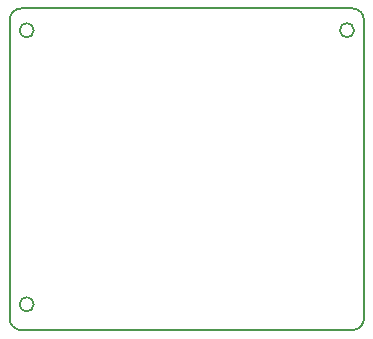
<source format=gko>
%FSLAX25Y25*%
%MOIN*%
G70*
G01*
G75*
G04 Layer_Color=16711935*
%ADD10R,0.06299X0.05984*%
%ADD11C,0.03937*%
%ADD12R,0.06299X0.06693*%
%ADD13R,0.01969X0.02362*%
%ADD14R,0.03600X0.05000*%
%ADD15R,0.05118X0.04921*%
%ADD16R,0.02362X0.01969*%
%ADD17R,0.01575X0.05315*%
%ADD18C,0.01500*%
%ADD19C,0.05000*%
%ADD20C,0.01575*%
%ADD21C,0.01969*%
%ADD22C,0.03000*%
%ADD23C,0.03937*%
%ADD24C,0.05906*%
%ADD25R,0.03500X0.04000*%
%ADD26O,0.07087X0.03543*%
%ADD27O,0.03543X0.06693*%
%ADD28C,0.09843*%
%ADD29C,0.05118*%
%ADD30O,0.04724X0.07480*%
%ADD31C,0.03000*%
%ADD32C,0.02200*%
%ADD33C,0.00394*%
%ADD34C,0.00100*%
%ADD35C,0.00500*%
%ADD36C,0.01000*%
%ADD37C,0.00600*%
%ADD38C,0.01200*%
%ADD39C,0.00787*%
%ADD40R,0.07099X0.06784*%
%ADD41C,0.04737*%
%ADD42R,0.07099X0.07493*%
%ADD43R,0.02769X0.03162*%
%ADD44R,0.04400X0.05800*%
%ADD45R,0.05918X0.05721*%
%ADD46R,0.03162X0.02769*%
%ADD47R,0.02375X0.06115*%
%ADD48O,0.07887X0.04343*%
%ADD49O,0.04343X0.07493*%
%ADD50C,0.10642*%
%ADD51C,0.05918*%
%ADD52O,0.05524X0.08280*%
D35*
X4095Y-7323D02*
G03*
X4095Y-7323I-2362J0D01*
G01*
X110866D02*
G03*
X110866Y-7323I-2362J0D01*
G01*
X4095Y-98661D02*
G03*
X4095Y-98661I-2362J0D01*
G01*
X114173Y-3937D02*
G03*
X110236Y0I-3937J0D01*
G01*
X0D02*
G03*
X-3937Y-3937I0J-3937D01*
G01*
Y-103347D02*
G03*
X0Y-107283I3937J0D01*
G01*
X110236D02*
G03*
X114173Y-103347I0J3937D01*
G01*
X0Y0D02*
X110236D01*
X114173Y-103347D02*
Y-3937D01*
X-3937Y-103347D02*
Y-3937D01*
X0Y-107283D02*
X110236D01*
M02*

</source>
